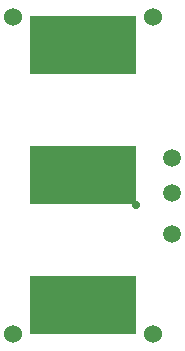
<source format=gbl>
G04*
G04 #@! TF.GenerationSoftware,Altium Limited,Altium Designer,22.4.2 (48)*
G04*
G04 Layer_Physical_Order=2*
G04 Layer_Color=16711680*
%FSLAX44Y44*%
%MOMM*%
G71*
G04*
G04 #@! TF.SameCoordinates,9B9F8FC9-ABE2-414B-8338-F90C526896C9*
G04*
G04*
G04 #@! TF.FilePolarity,Positive*
G04*
G01*
G75*
%ADD27C,1.5240*%
%ADD28C,0.7000*%
%ADD29C,1.5000*%
%ADD30R,9.0000X5.0000*%
D27*
X134000Y284000D02*
D03*
X16000D02*
D03*
X134000Y16000D02*
D03*
X16000D02*
D03*
D28*
X120000Y125000D02*
D03*
X75000Y37340D02*
D03*
Y240030D02*
D03*
X71120Y171450D02*
D03*
D29*
X150000Y100000D02*
D03*
Y135000D02*
D03*
Y165000D02*
D03*
D30*
X75000Y260000D02*
D03*
Y40000D02*
D03*
Y150000D02*
D03*
M02*

</source>
